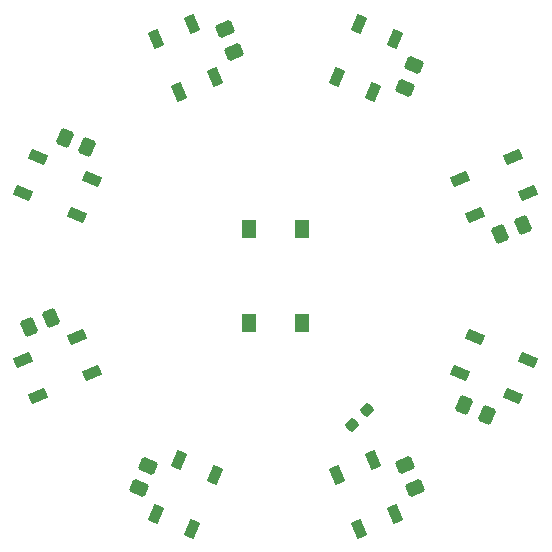
<source format=gtp>
G04 #@! TF.GenerationSoftware,KiCad,Pcbnew,7.0.10*
G04 #@! TF.CreationDate,2024-04-20T00:48:07+02:00*
G04 #@! TF.ProjectId,ledDisplay,6c656444-6973-4706-9c61-792e6b696361,rev?*
G04 #@! TF.SameCoordinates,Original*
G04 #@! TF.FileFunction,Paste,Top*
G04 #@! TF.FilePolarity,Positive*
%FSLAX46Y46*%
G04 Gerber Fmt 4.6, Leading zero omitted, Abs format (unit mm)*
G04 Created by KiCad (PCBNEW 7.0.10) date 2024-04-20 00:48:07*
%MOMM*%
%LPD*%
G01*
G04 APERTURE LIST*
G04 Aperture macros list*
%AMRoundRect*
0 Rectangle with rounded corners*
0 $1 Rounding radius*
0 $2 $3 $4 $5 $6 $7 $8 $9 X,Y pos of 4 corners*
0 Add a 4 corners polygon primitive as box body*
4,1,4,$2,$3,$4,$5,$6,$7,$8,$9,$2,$3,0*
0 Add four circle primitives for the rounded corners*
1,1,$1+$1,$2,$3*
1,1,$1+$1,$4,$5*
1,1,$1+$1,$6,$7*
1,1,$1+$1,$8,$9*
0 Add four rect primitives between the rounded corners*
20,1,$1+$1,$2,$3,$4,$5,0*
20,1,$1+$1,$4,$5,$6,$7,0*
20,1,$1+$1,$6,$7,$8,$9,0*
20,1,$1+$1,$8,$9,$2,$3,0*%
%AMRotRect*
0 Rectangle, with rotation*
0 The origin of the aperture is its center*
0 $1 length*
0 $2 width*
0 $3 Rotation angle, in degrees counterclockwise*
0 Add horizontal line*
21,1,$1,$2,0,0,$3*%
G04 Aperture macros list end*
%ADD10RoundRect,0.250000X-0.493584X-0.309687X0.130035X-0.567998X0.493584X0.309687X-0.130035X0.567998X0*%
%ADD11RotRect,1.500000X0.900000X157.500000*%
%ADD12RotRect,1.500000X0.900000X247.500000*%
%ADD13RotRect,1.500000X0.900000X202.500000*%
%ADD14RoundRect,0.250000X0.567998X-0.130035X0.309687X0.493584X-0.567998X0.130035X-0.309687X-0.493584X0*%
%ADD15RoundRect,0.250000X0.493584X0.309687X-0.130035X0.567998X-0.493584X-0.309687X0.130035X-0.567998X0*%
%ADD16RoundRect,0.250000X0.130035X0.567998X-0.493584X0.309687X-0.130035X-0.567998X0.493584X-0.309687X0*%
%ADD17RoundRect,0.250000X-0.309687X0.493584X-0.567998X-0.130035X0.309687X-0.493584X0.567998X0.130035X0*%
%ADD18RoundRect,0.250000X-0.567998X0.130035X-0.309687X-0.493584X0.567998X-0.130035X0.309687X0.493584X0*%
%ADD19R,1.300000X1.550000*%
%ADD20RotRect,1.500000X0.900000X22.500000*%
%ADD21RotRect,1.500000X0.900000X112.500000*%
%ADD22RotRect,1.500000X0.900000X292.500000*%
%ADD23RoundRect,0.250000X0.309687X-0.493584X0.567998X0.130035X-0.309687X0.493584X-0.567998X-0.130035X0*%
%ADD24RoundRect,0.250000X-0.130035X-0.567998X0.493584X-0.309687X0.130035X0.567998X-0.493584X0.309687X0*%
%ADD25RotRect,1.500000X0.900000X337.500000*%
%ADD26RotRect,1.500000X0.900000X67.500000*%
%ADD27RoundRect,0.237500X-0.008839X-0.344715X0.344715X0.008839X0.008839X0.344715X-0.344715X-0.008839X0*%
G04 APERTURE END LIST*
D10*
X188953687Y-97937803D03*
X190870737Y-98731871D03*
D11*
X156154486Y-81808307D03*
X157417342Y-78759504D03*
X152890332Y-76884355D03*
X151627476Y-79933158D03*
D12*
X167808307Y-103845514D03*
X164759504Y-102582658D03*
X162884355Y-107109668D03*
X165933158Y-108372524D03*
D13*
X157417342Y-95240496D03*
X156154486Y-92191693D03*
X151627476Y-94066842D03*
X152890332Y-97115645D03*
D14*
X169453233Y-67984845D03*
X168659165Y-66067795D03*
D15*
X157046313Y-76062197D03*
X155129263Y-75268129D03*
D16*
X153984845Y-90546767D03*
X152067795Y-91340835D03*
D17*
X162195034Y-103054475D03*
X161400966Y-104971525D03*
D18*
X183966503Y-103022977D03*
X184760571Y-104940027D03*
D19*
X170750000Y-90975000D03*
X170750000Y-83025000D03*
X175250000Y-90975000D03*
X175250000Y-83025000D03*
D20*
X188582658Y-78759504D03*
X189845514Y-81808307D03*
X194372524Y-79933158D03*
X193109668Y-76884355D03*
D21*
X164759504Y-71417342D03*
X167808307Y-70154486D03*
X165933158Y-65627476D03*
X162884355Y-66890332D03*
D22*
X181240496Y-102582658D03*
X178191693Y-103845514D03*
X180066842Y-108372524D03*
X183115645Y-107109668D03*
D23*
X183937803Y-71046313D03*
X184731871Y-69129263D03*
D24*
X192015155Y-83453233D03*
X193932205Y-82659165D03*
D25*
X189845514Y-92191693D03*
X188582658Y-95240496D03*
X193109668Y-97115645D03*
X194372524Y-94066842D03*
D26*
X178191693Y-70154486D03*
X181240496Y-71417342D03*
X183115645Y-66890332D03*
X180066842Y-65627476D03*
D27*
X179430530Y-99588470D03*
X180721000Y-98298000D03*
M02*

</source>
